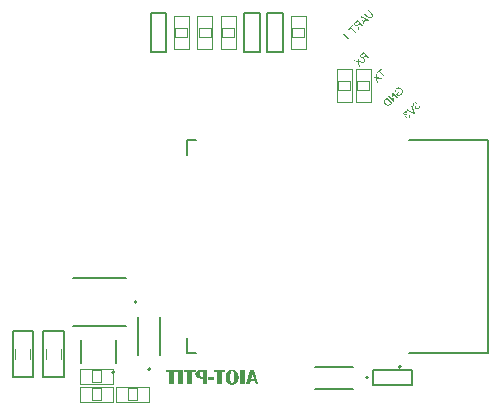
<source format=gbo>
G04*
G04 #@! TF.GenerationSoftware,Altium Limited,Altium Designer,21.2.1 (34)*
G04*
G04 Layer_Color=32896*
%FSTAX24Y24*%
%MOIN*%
G70*
G04*
G04 #@! TF.SameCoordinates,69041C72-035C-4FA9-9E98-1EB6260ED9D6*
G04*
G04*
G04 #@! TF.FilePolarity,Positive*
G04*
G01*
G75*
%ADD10C,0.0079*%
%ADD11C,0.0050*%
%ADD15C,0.0039*%
%ADD17C,0.0040*%
G36*
X017568Y01634D02*
X017578Y016339D01*
X017587Y016338D01*
X017596Y016335D01*
X017604Y016331D01*
X017611Y016328D01*
X017614Y016326D01*
X017616Y016325D01*
X017618Y016323D01*
X017619Y016323D01*
X01762Y016322D01*
X01762Y016322D01*
X017601Y016296D01*
X017594Y016301D01*
X017588Y016305D01*
X017582Y016307D01*
X017577Y016309D01*
X017572Y01631D01*
X017569Y01631D01*
X017567Y016311D01*
X017566Y016311D01*
X01756Y01631D01*
X017554Y016309D01*
X01755Y016307D01*
X017545Y016305D01*
X017541Y016302D01*
X017538Y0163D01*
X017536Y016298D01*
X017532Y016294D01*
X017528Y016289D01*
X017526Y016284D01*
X017524Y016279D01*
X017523Y016275D01*
X017522Y016272D01*
X017522Y01627D01*
X017522Y016269D01*
X017522Y016263D01*
X017523Y016258D01*
X017525Y016253D01*
X017527Y016249D01*
X017529Y016245D01*
X017531Y016243D01*
X017532Y016241D01*
X017532Y016241D01*
X017533Y01624D01*
X017535Y016237D01*
X017538Y016235D01*
X017544Y016232D01*
X01755Y01623D01*
X017555Y016228D01*
X01756Y016228D01*
X017563Y016228D01*
X017566Y016228D01*
X017566Y016228D01*
X017566Y016228D01*
X017573Y01623D01*
X017579Y016232D01*
X017585Y016235D01*
X01759Y016238D01*
X017594Y016241D01*
X017598Y016243D01*
X017601Y016246D01*
X017602Y016247D01*
X017603Y016249D01*
X017625Y016231D01*
X017621Y016228D01*
X017617Y016226D01*
X017614Y016224D01*
X017611Y016222D01*
X017609Y016221D01*
X017606Y016218D01*
X017601Y016212D01*
X017597Y016207D01*
X017594Y016201D01*
X017592Y016195D01*
X017591Y016191D01*
X01759Y016187D01*
X01759Y016185D01*
X01759Y016184D01*
X01759Y016176D01*
X017591Y016169D01*
X017593Y016163D01*
X017596Y016158D01*
X017599Y016154D01*
X017601Y01615D01*
X017602Y016149D01*
X017603Y016148D01*
X017603Y016148D01*
X017604Y016147D01*
X01761Y016142D01*
X017616Y016138D01*
X017622Y016135D01*
X017628Y016133D01*
X017633Y016131D01*
X017637Y016131D01*
X01764Y01613D01*
X017641Y01613D01*
X017649Y01613D01*
X017656Y016132D01*
X017662Y016134D01*
X017668Y016137D01*
X017673Y01614D01*
X017676Y016142D01*
X017677Y016143D01*
X017679Y016145D01*
X017683Y016149D01*
X017687Y016155D01*
X01769Y01616D01*
X017691Y016164D01*
X017693Y016168D01*
X017694Y016172D01*
X017694Y016174D01*
X017694Y016175D01*
X017694Y016181D01*
X017693Y016188D01*
X017691Y016195D01*
X017688Y016202D01*
X017686Y016207D01*
X017684Y01621D01*
X017683Y016211D01*
X017682Y016213D01*
X017681Y016214D01*
X017681Y016215D01*
X017681Y016215D01*
X017707Y016234D01*
X01771Y016229D01*
X017713Y016224D01*
X017718Y016214D01*
X017721Y016205D01*
X017722Y016201D01*
X017723Y016197D01*
X017723Y016193D01*
X017723Y016189D01*
X017724Y016186D01*
X017724Y016184D01*
X017724Y016182D01*
X017724Y01618D01*
X017724Y016179D01*
X017724Y016179D01*
X017723Y016173D01*
X017722Y016168D01*
X01772Y016163D01*
X017718Y016158D01*
X017714Y016149D01*
X017709Y016141D01*
X017707Y016138D01*
X017705Y016135D01*
X017702Y016132D01*
X0177Y01613D01*
X017699Y016128D01*
X017697Y016126D01*
X017691Y016121D01*
X017686Y016118D01*
X017681Y016114D01*
X017675Y016111D01*
X01767Y016109D01*
X017665Y016107D01*
X01766Y016105D01*
X017656Y016104D01*
X017652Y016103D01*
X017648Y016102D01*
X017644Y016101D01*
X017641Y016101D01*
X017639Y016101D01*
X017637Y016101D01*
X017636Y016101D01*
X017636Y016101D01*
X017629Y016101D01*
X017623Y016102D01*
X017618Y016103D01*
X017612Y016105D01*
X017607Y016106D01*
X017603Y016108D01*
X017594Y016113D01*
X017591Y016115D01*
X017588Y016118D01*
X017585Y01612D01*
X017583Y016121D01*
X017581Y016123D01*
X01758Y016124D01*
X017579Y016125D01*
X017579Y016125D01*
X017573Y016132D01*
X017569Y016139D01*
X017565Y016146D01*
X017563Y016151D01*
X017561Y016156D01*
X01756Y016161D01*
X01756Y016163D01*
X01756Y016164D01*
X01756Y016172D01*
X017561Y016179D01*
X017562Y016186D01*
X017565Y016192D01*
X017567Y016197D01*
X017569Y016201D01*
X01757Y016202D01*
X01757Y016203D01*
X017571Y016204D01*
X017571Y016204D01*
X017564Y016202D01*
X017558Y016201D01*
X017552Y016201D01*
X017547Y016201D01*
X017543Y016201D01*
X01754Y016201D01*
X017538Y016202D01*
X017537Y016202D01*
X017531Y016204D01*
X017526Y016206D01*
X017521Y016209D01*
X017517Y016211D01*
X017514Y016214D01*
X017512Y016216D01*
X01751Y016217D01*
X01751Y016218D01*
X017506Y016223D01*
X017502Y016228D01*
X017499Y016233D01*
X017497Y016238D01*
X017496Y016242D01*
X017495Y016246D01*
X017494Y016248D01*
X017494Y016249D01*
X017493Y016255D01*
X017493Y016262D01*
X017493Y016268D01*
X017494Y016273D01*
X017495Y016278D01*
X017496Y016282D01*
X017497Y016284D01*
X017497Y016285D01*
X017497Y016285D01*
X0175Y016292D01*
X017503Y016298D01*
X017507Y016304D01*
X017511Y016309D01*
X017514Y016312D01*
X017516Y016315D01*
X017523Y016322D01*
X017527Y016325D01*
X017536Y01633D01*
X017544Y016334D01*
X017552Y016337D01*
X017555Y016338D01*
X017558Y016338D01*
X017561Y016339D01*
X017564Y016339D01*
X017565Y016339D01*
X017567Y01634D01*
X017567Y01634D01*
X017568Y01634D01*
D02*
G37*
G36*
X017545Y015991D02*
X017519Y015966D01*
X017271Y016085D01*
X017297Y016109D01*
X017474Y01602D01*
X017482Y016017D01*
X017489Y016013D01*
X017495Y016009D01*
X017501Y016006D01*
X017506Y016003D01*
X01751Y016001D01*
X017511Y016D01*
X017512Y016D01*
X017513Y015999D01*
X017513Y015999D01*
X017506Y016013D01*
X017503Y01602D01*
X0175Y016026D01*
X017498Y016031D01*
X017497Y016033D01*
X017496Y016035D01*
X017495Y016037D01*
X017495Y016038D01*
X017494Y016038D01*
X017494Y016039D01*
X017416Y01622D01*
X017443Y016245D01*
X017545Y015991D01*
D02*
G37*
G36*
X017248Y016041D02*
X017258Y016041D01*
X017267Y016039D01*
X017276Y016036D01*
X017284Y016033D01*
X017291Y016029D01*
X017293Y016028D01*
X017296Y016026D01*
X017298Y016025D01*
X017299Y016024D01*
X0173Y016023D01*
X0173Y016023D01*
X017281Y015998D01*
X017274Y016003D01*
X017268Y016006D01*
X017262Y016009D01*
X017257Y016011D01*
X017252Y016012D01*
X017249Y016012D01*
X017247Y016012D01*
X017246Y016012D01*
X01724Y016012D01*
X017234Y01601D01*
X017229Y016008D01*
X017225Y016006D01*
X017221Y016004D01*
X017218Y016002D01*
X017216Y016D01*
X017211Y015995D01*
X017208Y01599D01*
X017206Y015985D01*
X017204Y015981D01*
X017203Y015977D01*
X017202Y015974D01*
X017202Y015971D01*
X017202Y015971D01*
X017202Y015965D01*
X017203Y015959D01*
X017205Y015955D01*
X017207Y01595D01*
X017209Y015947D01*
X01721Y015944D01*
X017212Y015942D01*
X017212Y015942D01*
X017212Y015942D01*
X017215Y015939D01*
X017218Y015937D01*
X017224Y015933D01*
X01723Y015931D01*
X017235Y01593D01*
X01724Y015929D01*
X017243Y015929D01*
X017246Y015929D01*
X017246Y015929D01*
X017246Y01593D01*
X017253Y015931D01*
X017259Y015934D01*
X017265Y015936D01*
X01727Y015939D01*
X017274Y015942D01*
X017277Y015944D01*
X017281Y015948D01*
X017282Y015949D01*
X017283Y01595D01*
X017305Y015932D01*
X017301Y01593D01*
X017297Y015927D01*
X017294Y015926D01*
X017291Y015924D01*
X017289Y015922D01*
X017286Y01592D01*
X017281Y015914D01*
X017277Y015908D01*
X017274Y015902D01*
X017272Y015897D01*
X017271Y015892D01*
X01727Y015888D01*
X01727Y015886D01*
X01727Y015885D01*
X01727Y015878D01*
X017271Y015871D01*
X017273Y015865D01*
X017276Y015859D01*
X017279Y015855D01*
X017281Y015852D01*
X017282Y015851D01*
X017283Y01585D01*
X017283Y015849D01*
X017284Y015849D01*
X01729Y015843D01*
X017296Y015839D01*
X017302Y015836D01*
X017308Y015834D01*
X017313Y015833D01*
X017317Y015832D01*
X01732Y015832D01*
X017321Y015832D01*
X017329Y015832D01*
X017336Y015833D01*
X017342Y015836D01*
X017348Y015839D01*
X017352Y015841D01*
X017356Y015844D01*
X017357Y015845D01*
X017359Y015846D01*
X017363Y015851D01*
X017367Y015856D01*
X01737Y015861D01*
X017371Y015866D01*
X017373Y01587D01*
X017374Y015873D01*
X017374Y015875D01*
X017374Y015876D01*
X017374Y015883D01*
X017372Y01589D01*
X017371Y015897D01*
X017368Y015903D01*
X017365Y015909D01*
X017364Y015911D01*
X017363Y015913D01*
X017362Y015914D01*
X017361Y015916D01*
X017361Y015917D01*
X017361Y015917D01*
X017387Y015935D01*
X01739Y015931D01*
X017393Y015926D01*
X017398Y015916D01*
X017401Y015907D01*
X017402Y015902D01*
X017403Y015898D01*
X017403Y015894D01*
X017403Y015891D01*
X017404Y015888D01*
X017404Y015885D01*
X017404Y015883D01*
X017404Y015882D01*
X017404Y015881D01*
X017404Y01588D01*
X017403Y015875D01*
X017402Y015869D01*
X0174Y015864D01*
X017398Y015859D01*
X017394Y01585D01*
X017389Y015843D01*
X017387Y015839D01*
X017384Y015836D01*
X017382Y015834D01*
X01738Y015831D01*
X017379Y01583D01*
X017377Y015827D01*
X017371Y015823D01*
X017366Y015819D01*
X017361Y015816D01*
X017355Y015813D01*
X01735Y01581D01*
X017345Y015808D01*
X01734Y015807D01*
X017336Y015805D01*
X017331Y015804D01*
X017328Y015803D01*
X017324Y015803D01*
X017321Y015803D01*
X017319Y015802D01*
X017317Y015802D01*
X017316Y015802D01*
X017315Y015802D01*
X017309Y015802D01*
X017303Y015803D01*
X017297Y015805D01*
X017292Y015806D01*
X017287Y015808D01*
X017282Y01581D01*
X017274Y015814D01*
X017271Y015817D01*
X017268Y015819D01*
X017265Y015821D01*
X017263Y015823D01*
X017261Y015824D01*
X01726Y015826D01*
X017259Y015826D01*
X017259Y015827D01*
X017253Y015833D01*
X017248Y01584D01*
X017245Y015847D01*
X017243Y015853D01*
X017241Y015858D01*
X01724Y015862D01*
X01724Y015865D01*
X01724Y015866D01*
X01724Y015873D01*
X01724Y015881D01*
X017242Y015887D01*
X017245Y015893D01*
X017247Y015899D01*
X017249Y015902D01*
X01725Y015904D01*
X01725Y015905D01*
X01725Y015906D01*
X017251Y015906D01*
X017244Y015904D01*
X017238Y015903D01*
X017232Y015903D01*
X017227Y015902D01*
X017223Y015903D01*
X017219Y015903D01*
X017218Y015903D01*
X017217Y015904D01*
X017211Y015905D01*
X017206Y015908D01*
X017201Y01591D01*
X017197Y015913D01*
X017194Y015915D01*
X017191Y015917D01*
X01719Y015919D01*
X017189Y015919D01*
X017185Y015924D01*
X017182Y01593D01*
X017179Y015935D01*
X017177Y01594D01*
X017176Y015944D01*
X017175Y015947D01*
X017174Y015949D01*
X017174Y01595D01*
X017173Y015957D01*
X017173Y015963D01*
X017173Y015969D01*
X017174Y015975D01*
X017175Y015979D01*
X017176Y015983D01*
X017177Y015986D01*
X017177Y015986D01*
X017177Y015986D01*
X01718Y015993D01*
X017183Y015999D01*
X017187Y016005D01*
X01719Y01601D01*
X017193Y016014D01*
X017196Y016017D01*
X017203Y016023D01*
X017207Y016026D01*
X017216Y016032D01*
X017224Y016035D01*
X017232Y016038D01*
X017235Y016039D01*
X017238Y01604D01*
X017241Y01604D01*
X017243Y016041D01*
X017245Y016041D01*
X017247Y016041D01*
X017247Y016041D01*
X017248Y016041D01*
D02*
G37*
G36*
X01646Y017449D02*
X016399Y017391D01*
X016552Y017226D01*
X016528Y017203D01*
X016374Y017368D01*
X016312Y01731D01*
X016291Y017332D01*
X01644Y017471D01*
X01646Y017449D01*
D02*
G37*
G36*
X016297Y017169D02*
X016459Y017139D01*
X01643Y017111D01*
X016322Y017132D01*
X016319Y017133D01*
X016316Y017133D01*
X016309Y017135D01*
X016306Y017136D01*
X016303Y017136D01*
X016301Y017137D01*
X016301Y017137D01*
X016302Y01713D01*
X016303Y017124D01*
X016303Y017122D01*
X016303Y01712D01*
X016304Y017119D01*
X016304Y017118D01*
X016318Y017008D01*
X016288Y016979D01*
X016266Y017143D01*
X016118Y017171D01*
X016145Y017196D01*
X016229Y017181D01*
X016236Y01718D01*
X016242Y017179D01*
X016249Y017178D01*
X016254Y017177D01*
X016258Y017176D01*
X016261Y017175D01*
X016263Y017175D01*
X016264Y017174D01*
X016263Y017179D01*
X016262Y017185D01*
X016261Y017191D01*
X01626Y017197D01*
X016259Y017203D01*
X016258Y017207D01*
X016258Y017209D01*
X016258Y01721D01*
X016258Y017211D01*
X016258Y017211D01*
X016247Y017291D01*
X016276Y017319D01*
X016297Y017169D01*
D02*
G37*
G36*
X017026Y016836D02*
X017036Y016834D01*
X017044Y016833D01*
X017048Y016832D01*
X017051Y016831D01*
X017053Y01683D01*
X017055Y01683D01*
X017056Y016829D01*
X017057Y016829D01*
X017069Y016824D01*
X01708Y016817D01*
X01709Y016811D01*
X017094Y016807D01*
X017099Y016804D01*
X017102Y016801D01*
X017106Y016798D01*
X017109Y016795D01*
X017111Y016793D01*
X017113Y016791D01*
X017114Y01679D01*
X017115Y016789D01*
X017115Y016789D01*
X017124Y016778D01*
X017132Y016767D01*
X017135Y016762D01*
X017138Y016758D01*
X017141Y016752D01*
X017143Y016748D01*
X017145Y016744D01*
X017146Y01674D01*
X017148Y016737D01*
X017149Y016734D01*
X01715Y016731D01*
X01715Y01673D01*
X01715Y016728D01*
X017151Y016728D01*
X017153Y016716D01*
X017154Y016704D01*
X017154Y016693D01*
X017153Y016683D01*
X017151Y016674D01*
X017151Y016671D01*
X01715Y016668D01*
X017149Y016666D01*
X017149Y016664D01*
X017148Y016663D01*
X017148Y016662D01*
X017146Y016656D01*
X017143Y01665D01*
X017137Y016639D01*
X017131Y01663D01*
X017124Y016621D01*
X017121Y016617D01*
X017118Y016613D01*
X017116Y01661D01*
X017113Y016608D01*
X017112Y016606D01*
X017109Y016604D01*
X017101Y016597D01*
X017093Y016591D01*
X017085Y016586D01*
X017078Y016582D01*
X017075Y01658D01*
X017072Y016578D01*
X017069Y016577D01*
X017067Y016576D01*
X017065Y016575D01*
X017063Y016574D01*
X017063Y016574D01*
X017062Y016574D01*
X017052Y01657D01*
X017042Y016567D01*
X017032Y016565D01*
X017023Y016563D01*
X017019Y016562D01*
X017015Y016562D01*
X017012Y016561D01*
X01701Y016561D01*
X017007Y016561D01*
X017005Y016561D01*
X017005Y01656D01*
X017004Y01656D01*
X016939Y01663D01*
X017019Y016704D01*
X017039Y016682D01*
X016984Y01663D01*
X017017Y016595D01*
X017023Y016596D01*
X017029Y016597D01*
X017035Y016598D01*
X01704Y0166D01*
X017045Y016601D01*
X017049Y016603D01*
X017051Y016603D01*
X017052Y016603D01*
X017053Y016604D01*
X017053Y016604D01*
X01706Y016607D01*
X017068Y016611D01*
X017074Y016615D01*
X017079Y016619D01*
X017084Y016622D01*
X017085Y016624D01*
X017087Y016625D01*
X01709Y016627D01*
X017096Y016634D01*
X017102Y016641D01*
X017107Y016648D01*
X017111Y016654D01*
X017114Y01666D01*
X017115Y016662D01*
X017116Y016664D01*
X017117Y016666D01*
X017117Y016667D01*
X017117Y016668D01*
X017117Y016668D01*
X01712Y016677D01*
X017121Y016686D01*
X017122Y016694D01*
X017122Y016701D01*
X017121Y016708D01*
X01712Y016712D01*
X01712Y016714D01*
X01712Y016715D01*
X01712Y016716D01*
X017119Y016717D01*
X017116Y016726D01*
X017111Y016735D01*
X017106Y016743D01*
X017101Y016751D01*
X017098Y016754D01*
X017096Y016757D01*
X017094Y01676D01*
X017092Y016762D01*
X017091Y016764D01*
X017089Y016766D01*
X017089Y016766D01*
X017088Y016767D01*
X017081Y016774D01*
X017074Y01678D01*
X017067Y016785D01*
X01706Y01679D01*
X017057Y016792D01*
X017055Y016793D01*
X017052Y016795D01*
X01705Y016796D01*
X017048Y016797D01*
X017047Y016797D01*
X017047Y016797D01*
X017046Y016798D01*
X017041Y0168D01*
X017036Y016801D01*
X017031Y016803D01*
X017026Y016804D01*
X017023Y016805D01*
X01702Y016805D01*
X017018Y016805D01*
X017017Y016805D01*
X017011Y016805D01*
X017005Y016805D01*
X017Y016804D01*
X016995Y016803D01*
X016991Y016802D01*
X016987Y016801D01*
X016985Y0168D01*
X016984Y0168D01*
X016978Y016797D01*
X016972Y016794D01*
X016966Y01679D01*
X01696Y016787D01*
X016956Y016783D01*
X016954Y016782D01*
X016953Y016781D01*
X01695Y016778D01*
X016945Y016773D01*
X016941Y016768D01*
X016937Y016763D01*
X016934Y016759D01*
X016932Y016755D01*
X01693Y016751D01*
X016929Y01675D01*
X016929Y016749D01*
X016927Y016743D01*
X016925Y016738D01*
X016924Y016733D01*
X016923Y016728D01*
X016923Y016724D01*
X016923Y016722D01*
X016923Y01672D01*
X016923Y016719D01*
X016924Y016714D01*
X016925Y016708D01*
X016927Y016703D01*
X016929Y016698D01*
X016931Y016693D01*
X016932Y01669D01*
X016933Y016689D01*
X016933Y016688D01*
X016933Y016687D01*
X016934Y016687D01*
X016906Y016672D01*
X016901Y01668D01*
X016898Y016689D01*
X016895Y016696D01*
X016894Y016703D01*
X016892Y016708D01*
X016892Y016712D01*
X016891Y016715D01*
X016891Y016716D01*
X016891Y016724D01*
X016892Y016731D01*
X016893Y016738D01*
X016895Y016745D01*
X016897Y01675D01*
X016898Y016755D01*
X016899Y016756D01*
X016899Y016757D01*
X0169Y016758D01*
X0169Y016758D01*
X016904Y016766D01*
X016909Y016774D01*
X016914Y016781D01*
X016919Y016787D01*
X016923Y016792D01*
X016926Y016794D01*
X016927Y016796D01*
X016936Y016804D01*
X016941Y016808D01*
X016952Y016816D01*
X016957Y016819D01*
X016962Y016822D01*
X016966Y016824D01*
X016971Y016826D01*
X016975Y016828D01*
X016979Y01683D01*
X016982Y016831D01*
X016985Y016832D01*
X016988Y016833D01*
X016989Y016833D01*
X01699Y016834D01*
X016991Y016834D01*
X016997Y016835D01*
X017003Y016836D01*
X017015Y016836D01*
X017026Y016836D01*
D02*
G37*
G36*
X016992Y016501D02*
X016968Y016478D01*
X016831Y016625D01*
X01687Y016387D01*
X016845Y016363D01*
X01667Y01655D01*
X016694Y016573D01*
X016831Y016425D01*
X016792Y016664D01*
X016817Y016688D01*
X016992Y016501D01*
D02*
G37*
G36*
X016803Y016324D02*
X016735Y016261D01*
X016729Y016256D01*
X016723Y016251D01*
X016717Y016247D01*
X016713Y016243D01*
X016708Y01624D01*
X016705Y016238D01*
X016704Y016237D01*
X016703Y016237D01*
X016703Y016236D01*
X016697Y016233D01*
X016691Y016231D01*
X016686Y016229D01*
X016681Y016227D01*
X016677Y016226D01*
X016674Y016225D01*
X016672Y016225D01*
X016671Y016225D01*
X016666Y016224D01*
X01666Y016224D01*
X016654Y016224D01*
X016649Y016225D01*
X016645Y016225D01*
X016642Y016225D01*
X016639Y016226D01*
X016638Y016226D01*
X016632Y016228D01*
X016625Y01623D01*
X016618Y016232D01*
X016613Y016235D01*
X016608Y016237D01*
X016604Y016239D01*
X016602Y01624D01*
X016601Y016241D01*
X016601Y016241D01*
X0166Y016241D01*
X016593Y016246D01*
X016585Y016251D01*
X016579Y016257D01*
X016572Y016262D01*
X016567Y016267D01*
X016565Y016269D01*
X016563Y016271D01*
X016562Y016272D01*
X016561Y016273D01*
X01656Y016274D01*
X01656Y016274D01*
X016552Y016284D01*
X016545Y016293D01*
X016539Y016302D01*
X016536Y016306D01*
X016534Y01631D01*
X016532Y016313D01*
X016531Y016316D01*
X016529Y016319D01*
X016528Y016322D01*
X016527Y016323D01*
X016526Y016325D01*
X016526Y016326D01*
X016526Y016326D01*
X016522Y016336D01*
X01652Y016345D01*
X016519Y016354D01*
X016518Y016362D01*
X016518Y016369D01*
X016518Y016374D01*
X016518Y016376D01*
X016518Y016378D01*
X016518Y016378D01*
X016518Y016379D01*
X016519Y016386D01*
X016521Y016393D01*
X016524Y0164D01*
X016526Y016406D01*
X016529Y016411D01*
X016531Y016414D01*
X016532Y016416D01*
X016532Y016417D01*
X016533Y016417D01*
X016533Y016418D01*
X016537Y016423D01*
X016542Y016429D01*
X016546Y016434D01*
X016552Y01644D01*
X016556Y016444D01*
X016628Y016511D01*
X016803Y016324D01*
D02*
G37*
G36*
X016024Y017835D02*
X015999Y017811D01*
X015921Y017895D01*
X015889Y017865D01*
X015887Y017862D01*
X015884Y01786D01*
X015883Y017858D01*
X015882Y017856D01*
X015881Y017855D01*
X01588Y017854D01*
X01588Y017854D01*
X015877Y017849D01*
X015876Y017846D01*
X015875Y017844D01*
X015874Y017841D01*
X015874Y01784D01*
X015873Y017839D01*
X015873Y017839D01*
X015873Y017835D01*
X015872Y017831D01*
X015872Y017823D01*
X015872Y01782D01*
X015872Y017817D01*
X015872Y017815D01*
X015872Y017814D01*
X015873Y017808D01*
X015874Y017801D01*
X015875Y017794D01*
X015876Y017787D01*
X015877Y017781D01*
X015878Y017776D01*
X015878Y017775D01*
X015878Y017773D01*
X015878Y017772D01*
X015878Y017772D01*
X01589Y01771D01*
X015859Y017681D01*
X015844Y017762D01*
X015843Y017771D01*
X015842Y017779D01*
X015841Y017787D01*
X015841Y017793D01*
X015841Y017798D01*
X015841Y017803D01*
X015841Y017805D01*
X015841Y017806D01*
X015842Y01781D01*
X015843Y017814D01*
X015845Y017822D01*
X015846Y017825D01*
X015846Y017827D01*
X015847Y017829D01*
X015847Y01783D01*
X015842Y017826D01*
X015836Y017822D01*
X015831Y01782D01*
X015826Y017817D01*
X015821Y017815D01*
X015816Y017814D01*
X015812Y017812D01*
X015808Y017811D01*
X015804Y017811D01*
X015801Y01781D01*
X015798Y01781D01*
X015796Y01781D01*
X015794Y017809D01*
X015793Y017809D01*
X015792Y017809D01*
X015792Y017809D01*
X015787Y01781D01*
X015782Y017811D01*
X015774Y017814D01*
X015766Y017817D01*
X01576Y017821D01*
X015754Y017825D01*
X015752Y017826D01*
X01575Y017828D01*
X015749Y017829D01*
X015748Y01783D01*
X015747Y017831D01*
X015747Y017831D01*
X015742Y017837D01*
X015738Y017843D01*
X015735Y017849D01*
X015732Y017854D01*
X015731Y01786D01*
X015729Y017863D01*
X015729Y017866D01*
X015729Y017866D01*
X015729Y017867D01*
X015728Y017874D01*
X015728Y017881D01*
X015728Y017887D01*
X015729Y017893D01*
X01573Y017898D01*
X015732Y017901D01*
X015733Y017903D01*
X015733Y017904D01*
X015733Y017904D01*
X015735Y017907D01*
X015737Y017911D01*
X015741Y017918D01*
X015747Y017924D01*
X015752Y017931D01*
X015758Y017936D01*
X01576Y017939D01*
X015762Y017941D01*
X015849Y018022D01*
X016024Y017835D01*
D02*
G37*
G36*
X015692Y017706D02*
X015854Y017677D01*
X015824Y017649D01*
X015717Y01767D01*
X015714Y01767D01*
X015711Y017671D01*
X015704Y017673D01*
X0157Y017673D01*
X015698Y017674D01*
X015696Y017674D01*
X015696Y017674D01*
X015697Y017668D01*
X015698Y017662D01*
X015698Y017659D01*
X015698Y017658D01*
X015699Y017656D01*
X015699Y017656D01*
X015713Y017545D01*
X015683Y017517D01*
X015661Y01768D01*
X015513Y017709D01*
X01554Y017734D01*
X015624Y017719D01*
X015631Y017718D01*
X015637Y017717D01*
X015644Y017715D01*
X015648Y017715D01*
X015653Y017714D01*
X015656Y017713D01*
X015658Y017712D01*
X015659Y017712D01*
X015658Y017717D01*
X015657Y017723D01*
X015656Y017729D01*
X015654Y017735D01*
X015654Y01774D01*
X015653Y017744D01*
X015653Y017746D01*
X015653Y017748D01*
X015653Y017748D01*
X015653Y017749D01*
X015642Y017829D01*
X015671Y017856D01*
X015692Y017706D01*
D02*
G37*
G36*
X01085Y007072D02*
X010665D01*
Y007177D01*
X01085D01*
Y007072D01*
D02*
G37*
G36*
X012318Y006937D02*
X012253D01*
X012223Y007039D01*
X012092D01*
X012064Y006937D01*
X011914D01*
X012046Y007423D01*
X012178D01*
X012318Y006937D01*
D02*
G37*
G36*
X011882D02*
X01173D01*
Y007423D01*
X011882D01*
Y006937D01*
D02*
G37*
G36*
X011235Y007361D02*
X011119D01*
Y006937D01*
X010959D01*
Y007361D01*
X010844D01*
Y007423D01*
X011235D01*
Y007361D01*
D02*
G37*
G36*
X010631Y006937D02*
X010479D01*
Y00713D01*
X01044D01*
X010421Y007131D01*
X010404Y007132D01*
X010389Y007134D01*
X010374Y007137D01*
X01036Y00714D01*
X010346Y007144D01*
X010335Y007148D01*
X010323Y007153D01*
X010314Y007159D01*
X010304Y007164D01*
X010296Y00717D01*
X010288Y007177D01*
X010275Y00719D01*
X010264Y007204D01*
X010256Y007217D01*
X010249Y00723D01*
X010245Y007243D01*
X010242Y007254D01*
X010241Y007264D01*
X010239Y007271D01*
Y007273D01*
Y007275D01*
Y007276D01*
Y007277D01*
X01024Y00729D01*
X010241Y007303D01*
X010244Y007314D01*
X010246Y007325D01*
X010251Y007335D01*
X010255Y007344D01*
X010267Y007361D01*
X010281Y007375D01*
X010296Y007387D01*
X010312Y007397D01*
X010329Y007404D01*
X010346Y007411D01*
X010363Y007415D01*
X010377Y007418D01*
X010391Y00742D01*
X010403Y007422D01*
X010408D01*
X010411Y007423D01*
X010631D01*
Y006937D01*
D02*
G37*
G36*
X010245Y007361D02*
X010129D01*
Y006937D01*
X009969D01*
Y007361D01*
X009854D01*
Y007423D01*
X010245D01*
Y007361D01*
D02*
G37*
G36*
X009824Y006937D02*
X009672D01*
Y007423D01*
X009824D01*
Y006937D01*
D02*
G37*
G36*
X009646Y007361D02*
X00953D01*
Y006937D01*
X00937D01*
Y007361D01*
X009255D01*
Y007423D01*
X009646D01*
Y007361D01*
D02*
G37*
G36*
X011479Y00743D02*
X011497Y007428D01*
X011515Y007425D01*
X011531Y00742D01*
X011547Y007415D01*
X011561Y007408D01*
X011574Y007401D01*
X011586Y007392D01*
X011597Y007383D01*
X011607Y007374D01*
X011617Y007364D01*
X011625Y007353D01*
X011633Y007342D01*
X01164Y007331D01*
X011652Y007308D01*
X011661Y007285D01*
X011667Y007263D01*
X011672Y007242D01*
X011675Y007224D01*
X011677Y007216D01*
X011678Y007208D01*
X011678Y007201D01*
Y007196D01*
X011679Y007191D01*
Y007188D01*
Y007186D01*
Y007185D01*
X011678Y007162D01*
X011677Y00714D01*
X011674Y00712D01*
X011669Y007101D01*
X011665Y007083D01*
X011659Y007067D01*
X011652Y007051D01*
X011645Y007037D01*
X011637Y007025D01*
X011629Y007012D01*
X01162Y007002D01*
X01161Y006992D01*
X011601Y006982D01*
X011591Y006975D01*
X011581Y006968D01*
X01157Y006961D01*
X011561Y006956D01*
X01155Y006951D01*
X011531Y006942D01*
X011513Y006937D01*
X011496Y006933D01*
X011489Y006932D01*
X011482Y006931D01*
X011476Y00693D01*
X011472D01*
X011467Y006929D01*
X011462D01*
X011442Y00693D01*
X011424Y006932D01*
X011407Y006935D01*
X011391Y00694D01*
X011376Y006945D01*
X011362Y006952D01*
X011348Y00696D01*
X011336Y006968D01*
X011325Y006977D01*
X011316Y006988D01*
X011306Y006998D01*
X011298Y007008D01*
X011291Y007019D01*
X011283Y007031D01*
X011272Y007055D01*
X011263Y007078D01*
X011256Y007101D01*
X011251Y007122D01*
X011248Y007141D01*
X011247Y007149D01*
X011246Y007157D01*
X011245Y007164D01*
Y007169D01*
X011245Y007174D01*
Y007177D01*
Y007179D01*
Y00718D01*
X011245Y007203D01*
X011247Y007224D01*
X01125Y007244D01*
X011254Y007263D01*
X011259Y00728D01*
X011265Y007296D01*
X011271Y007311D01*
X011278Y007325D01*
X011286Y007338D01*
X011294Y007349D01*
X011303Y00736D01*
X011312Y007369D01*
X011322Y007378D01*
X011332Y007386D01*
X011342Y007393D01*
X011351Y0074D01*
X011371Y00741D01*
X011391Y007418D01*
X011409Y007423D01*
X011425Y007427D01*
X011433Y007428D01*
X011439Y007429D01*
X011445Y00743D01*
X01145D01*
X011453Y007431D01*
X011459D01*
X011479Y00743D01*
D02*
G37*
G36*
X016115Y019317D02*
X01612Y019312D01*
X016124Y019307D01*
X016129Y019301D01*
X016132Y019296D01*
X016136Y019292D01*
X016139Y019287D01*
X016141Y019283D01*
X016144Y019279D01*
X016146Y019276D01*
X016147Y019273D01*
X016149Y01927D01*
X01615Y019268D01*
X01615Y019266D01*
X016151Y019265D01*
X016151Y019264D01*
X016152Y019264D01*
X016154Y019255D01*
X016156Y019246D01*
X016156Y019238D01*
X016155Y019231D01*
X016155Y019224D01*
X016154Y019219D01*
X016153Y019218D01*
X016153Y019217D01*
X016153Y019215D01*
X016152Y019215D01*
X016148Y019206D01*
X016143Y019197D01*
X016138Y019189D01*
X016132Y019181D01*
X016129Y019178D01*
X016126Y019175D01*
X016124Y019172D01*
X016122Y01917D01*
X01612Y019168D01*
X016118Y019166D01*
X016107Y019158D01*
X016103Y019154D01*
X016098Y019151D01*
X016093Y019148D01*
X016089Y019145D01*
X016085Y019143D01*
X016081Y019142D01*
X016077Y01914D01*
X016074Y019139D01*
X016071Y019138D01*
X016069Y019137D01*
X016067Y019137D01*
X016066Y019136D01*
X016065Y019136D01*
X016065Y019136D01*
X016055Y019134D01*
X016046Y019134D01*
X016038Y019135D01*
X016031Y019136D01*
X016025Y019138D01*
X01602Y019139D01*
X016019Y01914D01*
X016017Y01914D01*
X016017Y019141D01*
X016016Y019141D01*
X016012Y019143D01*
X016008Y019146D01*
X015999Y019151D01*
X015991Y019158D01*
X015984Y019165D01*
X01598Y019168D01*
X015977Y019171D01*
X015974Y019173D01*
X015972Y019175D01*
X01597Y019177D01*
X015969Y019179D01*
X015968Y01918D01*
X015968Y01918D01*
X015867Y019288D01*
X015892Y019311D01*
X015993Y019203D01*
X015998Y019197D01*
X016004Y019192D01*
X01601Y019187D01*
X016015Y019183D01*
X01602Y019179D01*
X016025Y019176D01*
X016029Y019173D01*
X016033Y019171D01*
X016036Y01917D01*
X01604Y019169D01*
X016042Y019168D01*
X016044Y019167D01*
X016046Y019167D01*
X016048Y019167D01*
X016048Y019167D01*
X016049Y019166D01*
X016053Y019167D01*
X016058Y019167D01*
X016066Y01917D01*
X016074Y019173D01*
X016082Y019178D01*
X016089Y019183D01*
X016092Y019185D01*
X016094Y019187D01*
X016096Y019188D01*
X016099Y019191D01*
X016104Y019196D01*
X016109Y019202D01*
X016113Y019207D01*
X016115Y019212D01*
X016118Y019216D01*
X016119Y019219D01*
X01612Y019221D01*
X01612Y019222D01*
X016122Y019228D01*
X016122Y019234D01*
X016122Y01924D01*
X016121Y019244D01*
X016121Y019248D01*
X01612Y019251D01*
X016119Y019253D01*
X016119Y019254D01*
X016118Y019257D01*
X016116Y01926D01*
X016112Y019267D01*
X016107Y019274D01*
X016102Y01928D01*
X016098Y019285D01*
X016095Y019288D01*
X016094Y01929D01*
X016092Y019292D01*
X016091Y019293D01*
X01609Y019294D01*
X01609Y019294D01*
X015989Y019402D01*
X016014Y019426D01*
X016115Y019317D01*
D02*
G37*
G36*
X01602Y019082D02*
X015994Y019057D01*
X015921Y019095D01*
X015842Y019022D01*
X015874Y018945D01*
X015845Y018918D01*
X015747Y019177D01*
X015774Y019202D01*
X01602Y019082D01*
D02*
G37*
G36*
X015825Y018899D02*
X0158Y018876D01*
X015723Y018959D01*
X015691Y018929D01*
X015688Y018926D01*
X015686Y018924D01*
X015684Y018922D01*
X015683Y018921D01*
X015682Y01892D01*
X015682Y018919D01*
X015682Y018919D01*
X015678Y018913D01*
X015677Y018911D01*
X015676Y018909D01*
X015676Y018906D01*
X015675Y018905D01*
X015675Y018904D01*
X015675Y018903D01*
X015674Y0189D01*
X015674Y018896D01*
X015673Y018888D01*
X015673Y018884D01*
X015673Y018881D01*
X015674Y01888D01*
X015674Y018879D01*
X015674Y018873D01*
X015675Y018866D01*
X015676Y018859D01*
X015677Y018852D01*
X015678Y018846D01*
X015679Y018841D01*
X015679Y018839D01*
X01568Y018838D01*
X015679Y018837D01*
X01568Y018837D01*
X015691Y018775D01*
X015661Y018746D01*
X015645Y018827D01*
X015644Y018836D01*
X015643Y018844D01*
X015643Y018851D01*
X015642Y018858D01*
X015642Y018863D01*
X015643Y018867D01*
X015643Y01887D01*
X015643Y018871D01*
X015643Y018875D01*
X015644Y018879D01*
X015646Y018886D01*
X015647Y018889D01*
X015648Y018892D01*
X015648Y018894D01*
X015649Y018894D01*
X015643Y018891D01*
X015638Y018887D01*
X015632Y018885D01*
X015627Y018882D01*
X015623Y01888D01*
X015618Y018879D01*
X015614Y018877D01*
X01561Y018876D01*
X015606Y018876D01*
X015603Y018875D01*
X0156Y018875D01*
X015598Y018874D01*
X015596Y018874D01*
X015594Y018874D01*
X015594Y018874D01*
X015593Y018874D01*
X015588Y018875D01*
X015584Y018876D01*
X015575Y018878D01*
X015568Y018882D01*
X015561Y018886D01*
X015556Y018889D01*
X015554Y018891D01*
X015552Y018893D01*
X01555Y018894D01*
X015549Y018895D01*
X015549Y018896D01*
X015549Y018896D01*
X015544Y018902D01*
X01554Y018908D01*
X015536Y018914D01*
X015534Y018919D01*
X015532Y018924D01*
X015531Y018928D01*
X01553Y018931D01*
X01553Y018931D01*
X01553Y018931D01*
X015529Y018939D01*
X015529Y018946D01*
X01553Y018952D01*
X015531Y018958D01*
X015532Y018962D01*
X015533Y018966D01*
X015534Y018968D01*
X015534Y018968D01*
X015534Y018969D01*
X015536Y018972D01*
X015538Y018975D01*
X015543Y018982D01*
X015549Y018989D01*
X015554Y018996D01*
X015559Y019001D01*
X015562Y019003D01*
X015564Y019006D01*
X015651Y019087D01*
X015825Y018899D01*
D02*
G37*
G36*
X015497Y018902D02*
X015435Y018844D01*
X015589Y018679D01*
X015564Y018656D01*
X01541Y018821D01*
X015348Y018763D01*
X015328Y018786D01*
X015476Y018924D01*
X015497Y018902D01*
D02*
G37*
G36*
X015285Y018618D02*
X015279Y018616D01*
X015273Y018614D01*
X015268Y018612D01*
X015262Y01861D01*
X015257Y018609D01*
X015253Y018608D01*
X015251Y018607D01*
X01525Y018607D01*
X01525Y018607D01*
X015242Y018605D01*
X015235Y018604D01*
X015229Y018603D01*
X015224Y018603D01*
X015219Y018602D01*
X015216Y018603D01*
X015214Y018602D01*
X015213Y018602D01*
X01535Y018456D01*
X015327Y018435D01*
X015151Y018623D01*
X015166Y018637D01*
X015173Y018634D01*
X01518Y018633D01*
X015188Y018632D01*
X015195Y018631D01*
X015201Y018631D01*
X015206Y01863D01*
X015208Y018631D01*
X015209Y018631D01*
X01521Y018631D01*
X01521Y018631D01*
X01522Y018631D01*
X01523Y018632D01*
X015239Y018633D01*
X015247Y018636D01*
X015254Y018637D01*
X015257Y018638D01*
X015259Y018639D01*
X015262Y018639D01*
X015263Y01864D01*
X015264Y01864D01*
X015264Y01864D01*
X015285Y018618D01*
D02*
G37*
%LPC*%
G36*
X016624Y016466D02*
X016581Y016426D01*
X016577Y016422D01*
X016574Y016419D01*
X016571Y016416D01*
X016566Y01641D01*
X016562Y016405D01*
X01656Y016401D01*
X016558Y016398D01*
X016557Y016396D01*
X016557Y016396D01*
X016554Y016389D01*
X016552Y016381D01*
X016551Y016374D01*
X016551Y016367D01*
X016552Y016362D01*
X016552Y016357D01*
X016552Y016355D01*
X016553Y016354D01*
X016553Y016353D01*
X016553Y016353D01*
X016554Y016348D01*
X016556Y016343D01*
X01656Y016334D01*
X016565Y016325D01*
X016571Y016316D01*
X016573Y016313D01*
X016576Y016309D01*
X016578Y016306D01*
X016581Y016304D01*
X016582Y016301D01*
X016584Y0163D01*
X016585Y016299D01*
X016585Y016299D01*
X016592Y016291D01*
X016599Y016285D01*
X016606Y016279D01*
X016612Y016275D01*
X016614Y016273D01*
X016617Y016272D01*
X016619Y01627D01*
X016621Y016269D01*
X016622Y016268D01*
X016623Y016268D01*
X016624Y016267D01*
X016624Y016267D01*
X016631Y016264D01*
X016637Y016261D01*
X016643Y016259D01*
X016649Y016258D01*
X016653Y016257D01*
X016656Y016257D01*
X016659Y016256D01*
X016659Y016256D01*
X016664Y016257D01*
X016669Y016257D01*
X016673Y016258D01*
X016677Y016259D01*
X01668Y01626D01*
X016683Y016261D01*
X016685Y016262D01*
X016685Y016262D01*
X016691Y016265D01*
X016696Y016269D01*
X016702Y016273D01*
X016706Y016277D01*
X016711Y01628D01*
X016713Y016282D01*
X016757Y016323D01*
X016624Y016466D01*
D02*
G37*
G36*
X015844Y017978D02*
X015785Y017923D01*
X015777Y017916D01*
X015772Y017909D01*
X015768Y017902D01*
X015766Y017897D01*
X015764Y017892D01*
X015763Y017889D01*
X015762Y017886D01*
X015762Y017886D01*
X015762Y017879D01*
X015763Y017873D01*
X015765Y017868D01*
X015767Y017864D01*
X015769Y01786D01*
X015771Y017857D01*
X015772Y017855D01*
X015772Y017855D01*
X015773Y017855D01*
X015776Y017852D01*
X01578Y017849D01*
X015783Y017847D01*
X015786Y017845D01*
X015789Y017844D01*
X015791Y017843D01*
X015793Y017843D01*
X015794Y017843D01*
X015798Y017842D01*
X015803Y017842D01*
X015807Y017842D01*
X015811Y017843D01*
X015814Y017844D01*
X015816Y017844D01*
X015818Y017845D01*
X015819Y017845D01*
X015824Y017847D01*
X015829Y017851D01*
X015833Y017854D01*
X015838Y017858D01*
X015842Y017861D01*
X015846Y017864D01*
X015901Y017916D01*
X015844Y017978D01*
D02*
G37*
G36*
X012155Y007295D02*
X012106Y007101D01*
X012207D01*
X012155Y007295D01*
D02*
G37*
G36*
X010479Y007365D02*
X010456D01*
X010444Y007364D01*
X010434Y007361D01*
X010425Y007357D01*
X010417Y007352D01*
X010411Y007345D01*
X010405Y007338D01*
X0104Y00733D01*
X010397Y007323D01*
X010394Y007315D01*
X010392Y007307D01*
X010391Y0073D01*
X010389Y007293D01*
Y007288D01*
X010389Y007284D01*
Y007281D01*
Y00728D01*
X010389Y007264D01*
X010391Y00725D01*
X010394Y007238D01*
X010399Y007227D01*
X010404Y007218D01*
X01041Y00721D01*
X010416Y007204D01*
X010422Y0072D01*
X010429Y007196D01*
X010434Y007193D01*
X01044Y007191D01*
X010446Y00719D01*
X01045Y007189D01*
X010453Y007188D01*
X010479D01*
Y007365D01*
D02*
G37*
G36*
X011464Y007379D02*
X011462D01*
X011456Y007378D01*
X01145Y007378D01*
X011441Y007373D01*
X011433Y007366D01*
X011427Y007359D01*
X011422Y007352D01*
X011419Y007345D01*
X011417Y007341D01*
X011416Y00734D01*
Y007339D01*
X011414Y007331D01*
X011412Y007321D01*
X01141Y007309D01*
X011409Y007298D01*
X011406Y007271D01*
X011405Y007244D01*
X011404Y007232D01*
Y00722D01*
Y007209D01*
X011403Y007199D01*
Y007191D01*
Y007185D01*
Y007181D01*
Y00718D01*
Y007159D01*
X011404Y007139D01*
X011405Y007121D01*
X011405Y007105D01*
X011406Y00709D01*
X011408Y007076D01*
X011408Y007065D01*
X01141Y007055D01*
X011411Y007047D01*
X011412Y007039D01*
X011413Y007033D01*
X011414Y007028D01*
X011415Y007025D01*
X011416Y007022D01*
X011416Y007021D01*
Y00702D01*
X011419Y007013D01*
X011422Y007008D01*
X011425Y007002D01*
X011429Y006997D01*
X011436Y006991D01*
X011444Y006986D01*
X011451Y006983D01*
X011457Y006982D01*
X011461Y006981D01*
X011462D01*
X011468Y006982D01*
X011474Y006982D01*
X011484Y006987D01*
X011491Y006994D01*
X011498Y007001D01*
X011502Y007008D01*
X011506Y007014D01*
X011507Y007019D01*
X011508Y007019D01*
Y00702D01*
X01151Y007028D01*
X011513Y007039D01*
X011514Y00705D01*
X011516Y007062D01*
X011518Y007088D01*
X011519Y007115D01*
X01152Y007127D01*
Y00714D01*
Y007151D01*
X011521Y007161D01*
Y007169D01*
Y007175D01*
Y007179D01*
Y00718D01*
Y007201D01*
X01152Y007221D01*
X011519Y007239D01*
X011519Y007255D01*
X011518Y00727D01*
X011517Y007283D01*
X011516Y007295D01*
X011514Y007304D01*
X011513Y007313D01*
X011512Y007321D01*
X011511Y007327D01*
X01151Y007331D01*
X01151Y007335D01*
X011509Y007337D01*
X011508Y007338D01*
Y007339D01*
X011505Y007346D01*
X011502Y007352D01*
X011499Y007358D01*
X011496Y007362D01*
X011488Y007369D01*
X011481Y007374D01*
X011473Y007377D01*
X011467Y007378D01*
X011464Y007379D01*
D02*
G37*
G36*
X01578Y019171D02*
X015784Y019163D01*
X015787Y019154D01*
X015791Y019146D01*
X015795Y019137D01*
X015796Y019134D01*
X015798Y01913D01*
X0158Y019127D01*
X015801Y019124D01*
X015801Y019122D01*
X015802Y01912D01*
X015803Y019119D01*
X015803Y019119D01*
X015831Y019049D01*
X015895Y019109D01*
X015823Y019144D01*
X015815Y019149D01*
X015807Y019153D01*
X015799Y019158D01*
X015793Y019162D01*
X015788Y019165D01*
X015785Y019167D01*
X015783Y019168D01*
X015782Y019169D01*
X015781Y01917D01*
X01578Y01917D01*
X01578Y019171D01*
D02*
G37*
G36*
X015645Y019043D02*
X015586Y018988D01*
X015579Y018981D01*
X015574Y018974D01*
X01557Y018967D01*
X015567Y018962D01*
X015565Y018957D01*
X015564Y018954D01*
X015564Y018951D01*
X015564Y01895D01*
X015564Y018944D01*
X015564Y018938D01*
X015566Y018933D01*
X015568Y018928D01*
X01557Y018925D01*
X015572Y018922D01*
X015574Y01892D01*
X015574Y01892D01*
X015574Y018919D01*
X015578Y018916D01*
X015581Y018914D01*
X015584Y018912D01*
X015588Y01891D01*
X015591Y018909D01*
X015593Y018908D01*
X015595Y018907D01*
X015595Y018907D01*
X015599Y018907D01*
X015604Y018906D01*
X015608Y018907D01*
X015612Y018907D01*
X015615Y018908D01*
X015618Y018909D01*
X015619Y018909D01*
X01562Y01891D01*
X015625Y018912D01*
X01563Y018915D01*
X015635Y018919D01*
X01564Y018923D01*
X015644Y018926D01*
X015647Y018929D01*
X015703Y018981D01*
X015645Y019043D01*
D02*
G37*
%LPD*%
D10*
X007539Y007343D02*
G03*
X007539Y007343I-000039J0D01*
G01*
X00874Y007441D02*
G03*
X00874Y007441I-000039J0D01*
G01*
X008287Y009685D02*
G03*
X008287Y009685I-000039J0D01*
G01*
X016004Y007165D02*
G03*
X016004Y007165I-000039J0D01*
G01*
X017094Y00752D02*
G03*
X017094Y00752I-000039J0D01*
G01*
D11*
X006417Y007638D02*
Y008425D01*
X007598Y007638D02*
Y008425D01*
X008333Y007913D02*
Y009173D01*
X009069Y007913D02*
Y009173D01*
X006142Y008878D02*
X007913D01*
X006142Y010492D02*
X007913D01*
X004148Y007183D02*
X004818D01*
Y008713D01*
X004148D02*
X004818D01*
X004148Y007183D02*
Y008713D01*
X005172Y007183D02*
X005842D01*
Y008713D01*
X005172D02*
X005842D01*
X005172Y007183D02*
Y008713D01*
X013158Y018021D02*
Y019331D01*
X012638D02*
X013158D01*
X012638Y018021D02*
Y019331D01*
Y018021D02*
X013158D01*
X008746D02*
Y019331D01*
Y018021D02*
X009266D01*
Y019331D01*
X008746D02*
X009266D01*
X01238Y018021D02*
Y019331D01*
X01186D02*
X01238D01*
X01186Y018021D02*
Y019331D01*
Y018021D02*
X01238D01*
X014232Y006797D02*
X015492D01*
X014232Y007533D02*
X015492D01*
X016157Y007425D02*
X017467D01*
X016157Y006905D02*
Y007425D01*
Y006905D02*
X017467D01*
Y007425D01*
X009965Y014589D02*
Y015079D01*
X010252D01*
X009965Y007992D02*
Y008482D01*
Y007992D02*
X010252Y007992D01*
X017358Y007992D02*
X020004Y007992D01*
X017358Y015079D02*
X020004D01*
Y007992D02*
Y015079D01*
D15*
X006779Y006414D02*
X007079D01*
Y006814D01*
X006779D02*
X007079D01*
X006779Y006414D02*
Y006814D01*
X006379Y006364D02*
X007479D01*
Y006864D01*
X007279D02*
X007479D01*
X006379D02*
X007279D01*
X006379Y006364D02*
Y006864D01*
X008Y006414D02*
X0083D01*
Y006814D01*
X008D02*
X0083D01*
X008Y006414D02*
Y006814D01*
X0076Y006364D02*
X0087D01*
Y006864D01*
X0085D02*
X0087D01*
X0076D02*
X0085D01*
X0076Y006364D02*
Y006864D01*
X006779Y007005D02*
X007079D01*
Y007405D01*
X006779D02*
X007079D01*
X006779Y007005D02*
Y007405D01*
X006379Y006955D02*
X007479D01*
Y007455D01*
X007279D02*
X007479D01*
X006379D02*
X007279D01*
X006379Y006955D02*
Y007455D01*
X013461Y018511D02*
Y018811D01*
Y018511D02*
X013861D01*
Y018811D01*
X013461D02*
X013861D01*
X013411Y018111D02*
Y019211D01*
Y018111D02*
X013911D01*
Y018311D01*
Y019211D01*
X013411D02*
X013911D01*
X010347Y018511D02*
Y018811D01*
Y018511D02*
X010747D01*
Y018811D01*
X010347D02*
X010747D01*
X010297Y018111D02*
Y019211D01*
Y018111D02*
X010797D01*
Y018311D01*
Y019211D01*
X010297D02*
X010797D01*
X011526Y018511D02*
Y018811D01*
X011126D02*
X011526D01*
X011126Y018511D02*
Y018811D01*
Y018511D02*
X011526D01*
X011576Y018111D02*
Y019211D01*
X011076D02*
X011576D01*
X011076Y019011D02*
Y019211D01*
Y018111D02*
Y019011D01*
Y018111D02*
X011576D01*
X009969Y018511D02*
Y018811D01*
X009569D02*
X009969D01*
X009569Y018511D02*
Y018811D01*
Y018511D02*
X009969D01*
X010019Y018111D02*
Y019211D01*
X009519D02*
X010019D01*
X009519Y019011D02*
Y019211D01*
Y018111D02*
Y019011D01*
Y018111D02*
X010019D01*
X015577Y01634D02*
X016077D01*
X015577D02*
Y01724D01*
Y01744D01*
X016077D01*
Y01634D02*
Y01744D01*
X015627Y01674D02*
X016027D01*
X015627D02*
Y01704D01*
X016027D01*
Y01674D02*
Y01704D01*
X014947Y01634D02*
X015447D01*
X014947D02*
Y01724D01*
Y01744D01*
X015447D01*
Y01634D02*
Y01744D01*
X014997Y01674D02*
X015397D01*
X014997D02*
Y01704D01*
X015397D01*
Y01674D02*
Y01704D01*
D17*
X004238Y007783D02*
Y008123D01*
X004738Y007783D02*
Y008123D01*
X005262Y007783D02*
Y008123D01*
X005762Y007783D02*
Y008123D01*
M02*

</source>
